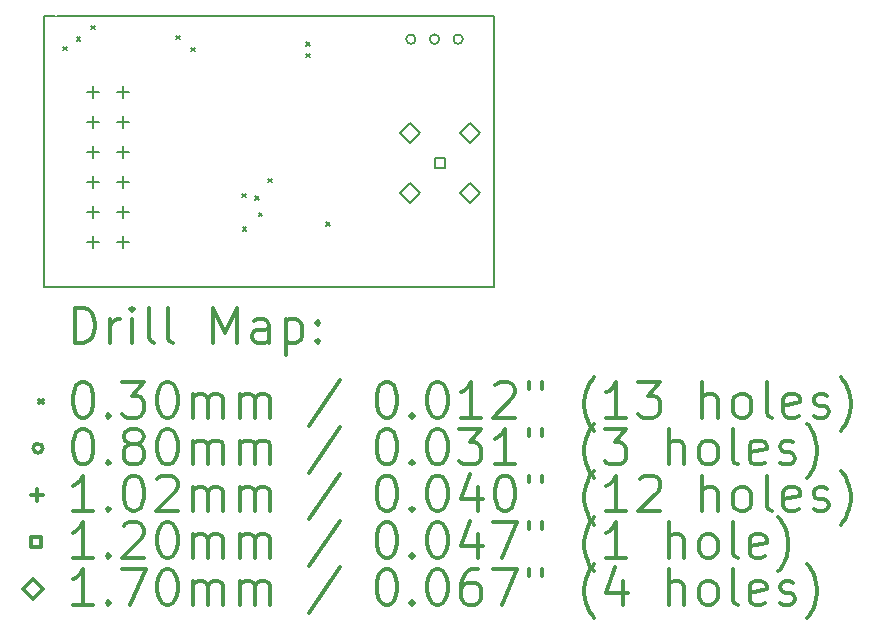
<source format=gbr>
%FSLAX45Y45*%
G04 Gerber Fmt 4.5, Leading zero omitted, Abs format (unit mm)*
G04 Created by KiCad (PCBNEW 4.0.5+dfsg1-4) date Sun Nov 25 22:30:54 2018*
%MOMM*%
%LPD*%
G01*
G04 APERTURE LIST*
%ADD10C,0.127000*%
%ADD11C,0.150000*%
%ADD12C,0.200000*%
%ADD13C,0.300000*%
G04 APERTURE END LIST*
D10*
D11*
X13200000Y-12100000D02*
X12690000Y-12100000D01*
X13200000Y-9800000D02*
X13200000Y-12100000D01*
X13100000Y-9800000D02*
X13200000Y-9800000D01*
X12700000Y-9800000D02*
X13100000Y-9800000D01*
X9390000Y-12100000D02*
X9530000Y-12100000D01*
X9390000Y-9800000D02*
X9390000Y-12100000D01*
X9490000Y-9800000D02*
X9390000Y-9800000D01*
X12700000Y-12100000D02*
X9500000Y-12100000D01*
X9500000Y-9800000D02*
X12700000Y-9800000D01*
D12*
X9557500Y-10065000D02*
X9587500Y-10095000D01*
X9587500Y-10065000D02*
X9557500Y-10095000D01*
X9670000Y-9985000D02*
X9700000Y-10015000D01*
X9700000Y-9985000D02*
X9670000Y-10015000D01*
X9795000Y-9885000D02*
X9825000Y-9915000D01*
X9825000Y-9885000D02*
X9795000Y-9915000D01*
X10515000Y-9972500D02*
X10545000Y-10002500D01*
X10545000Y-9972500D02*
X10515000Y-10002500D01*
X10640000Y-10072500D02*
X10670000Y-10102500D01*
X10670000Y-10072500D02*
X10640000Y-10102500D01*
X11072500Y-11307500D02*
X11102500Y-11337500D01*
X11102500Y-11307500D02*
X11072500Y-11337500D01*
X11075000Y-11592500D02*
X11105000Y-11622500D01*
X11105000Y-11592500D02*
X11075000Y-11622500D01*
X11182500Y-11330000D02*
X11212500Y-11360000D01*
X11212500Y-11330000D02*
X11182500Y-11360000D01*
X11210000Y-11467500D02*
X11240000Y-11497500D01*
X11240000Y-11467500D02*
X11210000Y-11497500D01*
X11292500Y-11180000D02*
X11322500Y-11210000D01*
X11322500Y-11180000D02*
X11292500Y-11210000D01*
X11615000Y-10025000D02*
X11645000Y-10055000D01*
X11645000Y-10025000D02*
X11615000Y-10055000D01*
X11615000Y-10125000D02*
X11645000Y-10155000D01*
X11645000Y-10125000D02*
X11615000Y-10155000D01*
X11782500Y-11550000D02*
X11812500Y-11580000D01*
X11812500Y-11550000D02*
X11782500Y-11580000D01*
X12540000Y-10000000D02*
G75*
G03X12540000Y-10000000I-40000J0D01*
G01*
X12740000Y-10000000D02*
G75*
G03X12740000Y-10000000I-40000J0D01*
G01*
X12940000Y-10000000D02*
G75*
G03X12940000Y-10000000I-40000J0D01*
G01*
X9812500Y-10393700D02*
X9812500Y-10495300D01*
X9761700Y-10444500D02*
X9863300Y-10444500D01*
X9812500Y-10647700D02*
X9812500Y-10749300D01*
X9761700Y-10698500D02*
X9863300Y-10698500D01*
X9812500Y-10901700D02*
X9812500Y-11003300D01*
X9761700Y-10952500D02*
X9863300Y-10952500D01*
X9812500Y-11155700D02*
X9812500Y-11257300D01*
X9761700Y-11206500D02*
X9863300Y-11206500D01*
X9812500Y-11409700D02*
X9812500Y-11511300D01*
X9761700Y-11460500D02*
X9863300Y-11460500D01*
X9812500Y-11663700D02*
X9812500Y-11765300D01*
X9761700Y-11714500D02*
X9863300Y-11714500D01*
X10066500Y-10393700D02*
X10066500Y-10495300D01*
X10015700Y-10444500D02*
X10117300Y-10444500D01*
X10066500Y-10647700D02*
X10066500Y-10749300D01*
X10015700Y-10698500D02*
X10117300Y-10698500D01*
X10066500Y-10901700D02*
X10066500Y-11003300D01*
X10015700Y-10952500D02*
X10117300Y-10952500D01*
X10066500Y-11155700D02*
X10066500Y-11257300D01*
X10015700Y-11206500D02*
X10117300Y-11206500D01*
X10066500Y-11409700D02*
X10066500Y-11511300D01*
X10015700Y-11460500D02*
X10117300Y-11460500D01*
X10066500Y-11663700D02*
X10066500Y-11765300D01*
X10015700Y-11714500D02*
X10117300Y-11714500D01*
X12792427Y-11092427D02*
X12792427Y-11007573D01*
X12707573Y-11007573D01*
X12707573Y-11092427D01*
X12792427Y-11092427D01*
X12496000Y-10881000D02*
X12581000Y-10796000D01*
X12496000Y-10711000D01*
X12411000Y-10796000D01*
X12496000Y-10881000D01*
X12496000Y-11389000D02*
X12581000Y-11304000D01*
X12496000Y-11219000D01*
X12411000Y-11304000D01*
X12496000Y-11389000D01*
X13004000Y-10881000D02*
X13089000Y-10796000D01*
X13004000Y-10711000D01*
X12919000Y-10796000D01*
X13004000Y-10881000D01*
X13004000Y-11389000D02*
X13089000Y-11304000D01*
X13004000Y-11219000D01*
X12919000Y-11304000D01*
X13004000Y-11389000D01*
D13*
X9653929Y-12573214D02*
X9653929Y-12273214D01*
X9725357Y-12273214D01*
X9768214Y-12287500D01*
X9796786Y-12316071D01*
X9811071Y-12344643D01*
X9825357Y-12401786D01*
X9825357Y-12444643D01*
X9811071Y-12501786D01*
X9796786Y-12530357D01*
X9768214Y-12558929D01*
X9725357Y-12573214D01*
X9653929Y-12573214D01*
X9953929Y-12573214D02*
X9953929Y-12373214D01*
X9953929Y-12430357D02*
X9968214Y-12401786D01*
X9982500Y-12387500D01*
X10011071Y-12373214D01*
X10039643Y-12373214D01*
X10139643Y-12573214D02*
X10139643Y-12373214D01*
X10139643Y-12273214D02*
X10125357Y-12287500D01*
X10139643Y-12301786D01*
X10153929Y-12287500D01*
X10139643Y-12273214D01*
X10139643Y-12301786D01*
X10325357Y-12573214D02*
X10296786Y-12558929D01*
X10282500Y-12530357D01*
X10282500Y-12273214D01*
X10482500Y-12573214D02*
X10453929Y-12558929D01*
X10439643Y-12530357D01*
X10439643Y-12273214D01*
X10825357Y-12573214D02*
X10825357Y-12273214D01*
X10925357Y-12487500D01*
X11025357Y-12273214D01*
X11025357Y-12573214D01*
X11296786Y-12573214D02*
X11296786Y-12416071D01*
X11282500Y-12387500D01*
X11253928Y-12373214D01*
X11196786Y-12373214D01*
X11168214Y-12387500D01*
X11296786Y-12558929D02*
X11268214Y-12573214D01*
X11196786Y-12573214D01*
X11168214Y-12558929D01*
X11153929Y-12530357D01*
X11153929Y-12501786D01*
X11168214Y-12473214D01*
X11196786Y-12458929D01*
X11268214Y-12458929D01*
X11296786Y-12444643D01*
X11439643Y-12373214D02*
X11439643Y-12673214D01*
X11439643Y-12387500D02*
X11468214Y-12373214D01*
X11525357Y-12373214D01*
X11553928Y-12387500D01*
X11568214Y-12401786D01*
X11582500Y-12430357D01*
X11582500Y-12516071D01*
X11568214Y-12544643D01*
X11553928Y-12558929D01*
X11525357Y-12573214D01*
X11468214Y-12573214D01*
X11439643Y-12558929D01*
X11711071Y-12544643D02*
X11725357Y-12558929D01*
X11711071Y-12573214D01*
X11696786Y-12558929D01*
X11711071Y-12544643D01*
X11711071Y-12573214D01*
X11711071Y-12387500D02*
X11725357Y-12401786D01*
X11711071Y-12416071D01*
X11696786Y-12401786D01*
X11711071Y-12387500D01*
X11711071Y-12416071D01*
X9352500Y-13052500D02*
X9382500Y-13082500D01*
X9382500Y-13052500D02*
X9352500Y-13082500D01*
X9711071Y-12903214D02*
X9739643Y-12903214D01*
X9768214Y-12917500D01*
X9782500Y-12931786D01*
X9796786Y-12960357D01*
X9811071Y-13017500D01*
X9811071Y-13088929D01*
X9796786Y-13146071D01*
X9782500Y-13174643D01*
X9768214Y-13188929D01*
X9739643Y-13203214D01*
X9711071Y-13203214D01*
X9682500Y-13188929D01*
X9668214Y-13174643D01*
X9653929Y-13146071D01*
X9639643Y-13088929D01*
X9639643Y-13017500D01*
X9653929Y-12960357D01*
X9668214Y-12931786D01*
X9682500Y-12917500D01*
X9711071Y-12903214D01*
X9939643Y-13174643D02*
X9953929Y-13188929D01*
X9939643Y-13203214D01*
X9925357Y-13188929D01*
X9939643Y-13174643D01*
X9939643Y-13203214D01*
X10053928Y-12903214D02*
X10239643Y-12903214D01*
X10139643Y-13017500D01*
X10182500Y-13017500D01*
X10211071Y-13031786D01*
X10225357Y-13046071D01*
X10239643Y-13074643D01*
X10239643Y-13146071D01*
X10225357Y-13174643D01*
X10211071Y-13188929D01*
X10182500Y-13203214D01*
X10096786Y-13203214D01*
X10068214Y-13188929D01*
X10053928Y-13174643D01*
X10425357Y-12903214D02*
X10453929Y-12903214D01*
X10482500Y-12917500D01*
X10496786Y-12931786D01*
X10511071Y-12960357D01*
X10525357Y-13017500D01*
X10525357Y-13088929D01*
X10511071Y-13146071D01*
X10496786Y-13174643D01*
X10482500Y-13188929D01*
X10453929Y-13203214D01*
X10425357Y-13203214D01*
X10396786Y-13188929D01*
X10382500Y-13174643D01*
X10368214Y-13146071D01*
X10353929Y-13088929D01*
X10353929Y-13017500D01*
X10368214Y-12960357D01*
X10382500Y-12931786D01*
X10396786Y-12917500D01*
X10425357Y-12903214D01*
X10653929Y-13203214D02*
X10653929Y-13003214D01*
X10653929Y-13031786D02*
X10668214Y-13017500D01*
X10696786Y-13003214D01*
X10739643Y-13003214D01*
X10768214Y-13017500D01*
X10782500Y-13046071D01*
X10782500Y-13203214D01*
X10782500Y-13046071D02*
X10796786Y-13017500D01*
X10825357Y-13003214D01*
X10868214Y-13003214D01*
X10896786Y-13017500D01*
X10911071Y-13046071D01*
X10911071Y-13203214D01*
X11053929Y-13203214D02*
X11053929Y-13003214D01*
X11053929Y-13031786D02*
X11068214Y-13017500D01*
X11096786Y-13003214D01*
X11139643Y-13003214D01*
X11168214Y-13017500D01*
X11182500Y-13046071D01*
X11182500Y-13203214D01*
X11182500Y-13046071D02*
X11196786Y-13017500D01*
X11225357Y-13003214D01*
X11268214Y-13003214D01*
X11296786Y-13017500D01*
X11311071Y-13046071D01*
X11311071Y-13203214D01*
X11896786Y-12888929D02*
X11639643Y-13274643D01*
X12282500Y-12903214D02*
X12311071Y-12903214D01*
X12339643Y-12917500D01*
X12353928Y-12931786D01*
X12368214Y-12960357D01*
X12382500Y-13017500D01*
X12382500Y-13088929D01*
X12368214Y-13146071D01*
X12353928Y-13174643D01*
X12339643Y-13188929D01*
X12311071Y-13203214D01*
X12282500Y-13203214D01*
X12253928Y-13188929D01*
X12239643Y-13174643D01*
X12225357Y-13146071D01*
X12211071Y-13088929D01*
X12211071Y-13017500D01*
X12225357Y-12960357D01*
X12239643Y-12931786D01*
X12253928Y-12917500D01*
X12282500Y-12903214D01*
X12511071Y-13174643D02*
X12525357Y-13188929D01*
X12511071Y-13203214D01*
X12496786Y-13188929D01*
X12511071Y-13174643D01*
X12511071Y-13203214D01*
X12711071Y-12903214D02*
X12739643Y-12903214D01*
X12768214Y-12917500D01*
X12782500Y-12931786D01*
X12796785Y-12960357D01*
X12811071Y-13017500D01*
X12811071Y-13088929D01*
X12796785Y-13146071D01*
X12782500Y-13174643D01*
X12768214Y-13188929D01*
X12739643Y-13203214D01*
X12711071Y-13203214D01*
X12682500Y-13188929D01*
X12668214Y-13174643D01*
X12653928Y-13146071D01*
X12639643Y-13088929D01*
X12639643Y-13017500D01*
X12653928Y-12960357D01*
X12668214Y-12931786D01*
X12682500Y-12917500D01*
X12711071Y-12903214D01*
X13096785Y-13203214D02*
X12925357Y-13203214D01*
X13011071Y-13203214D02*
X13011071Y-12903214D01*
X12982500Y-12946071D01*
X12953928Y-12974643D01*
X12925357Y-12988929D01*
X13211071Y-12931786D02*
X13225357Y-12917500D01*
X13253928Y-12903214D01*
X13325357Y-12903214D01*
X13353928Y-12917500D01*
X13368214Y-12931786D01*
X13382500Y-12960357D01*
X13382500Y-12988929D01*
X13368214Y-13031786D01*
X13196785Y-13203214D01*
X13382500Y-13203214D01*
X13496786Y-12903214D02*
X13496786Y-12960357D01*
X13611071Y-12903214D02*
X13611071Y-12960357D01*
X14053928Y-13317500D02*
X14039643Y-13303214D01*
X14011071Y-13260357D01*
X13996785Y-13231786D01*
X13982500Y-13188929D01*
X13968214Y-13117500D01*
X13968214Y-13060357D01*
X13982500Y-12988929D01*
X13996785Y-12946071D01*
X14011071Y-12917500D01*
X14039643Y-12874643D01*
X14053928Y-12860357D01*
X14325357Y-13203214D02*
X14153928Y-13203214D01*
X14239643Y-13203214D02*
X14239643Y-12903214D01*
X14211071Y-12946071D01*
X14182500Y-12974643D01*
X14153928Y-12988929D01*
X14425357Y-12903214D02*
X14611071Y-12903214D01*
X14511071Y-13017500D01*
X14553928Y-13017500D01*
X14582500Y-13031786D01*
X14596785Y-13046071D01*
X14611071Y-13074643D01*
X14611071Y-13146071D01*
X14596785Y-13174643D01*
X14582500Y-13188929D01*
X14553928Y-13203214D01*
X14468214Y-13203214D01*
X14439643Y-13188929D01*
X14425357Y-13174643D01*
X14968214Y-13203214D02*
X14968214Y-12903214D01*
X15096785Y-13203214D02*
X15096785Y-13046071D01*
X15082500Y-13017500D01*
X15053928Y-13003214D01*
X15011071Y-13003214D01*
X14982500Y-13017500D01*
X14968214Y-13031786D01*
X15282500Y-13203214D02*
X15253928Y-13188929D01*
X15239643Y-13174643D01*
X15225357Y-13146071D01*
X15225357Y-13060357D01*
X15239643Y-13031786D01*
X15253928Y-13017500D01*
X15282500Y-13003214D01*
X15325357Y-13003214D01*
X15353928Y-13017500D01*
X15368214Y-13031786D01*
X15382500Y-13060357D01*
X15382500Y-13146071D01*
X15368214Y-13174643D01*
X15353928Y-13188929D01*
X15325357Y-13203214D01*
X15282500Y-13203214D01*
X15553928Y-13203214D02*
X15525357Y-13188929D01*
X15511071Y-13160357D01*
X15511071Y-12903214D01*
X15782500Y-13188929D02*
X15753928Y-13203214D01*
X15696786Y-13203214D01*
X15668214Y-13188929D01*
X15653928Y-13160357D01*
X15653928Y-13046071D01*
X15668214Y-13017500D01*
X15696786Y-13003214D01*
X15753928Y-13003214D01*
X15782500Y-13017500D01*
X15796786Y-13046071D01*
X15796786Y-13074643D01*
X15653928Y-13103214D01*
X15911071Y-13188929D02*
X15939643Y-13203214D01*
X15996786Y-13203214D01*
X16025357Y-13188929D01*
X16039643Y-13160357D01*
X16039643Y-13146071D01*
X16025357Y-13117500D01*
X15996786Y-13103214D01*
X15953928Y-13103214D01*
X15925357Y-13088929D01*
X15911071Y-13060357D01*
X15911071Y-13046071D01*
X15925357Y-13017500D01*
X15953928Y-13003214D01*
X15996786Y-13003214D01*
X16025357Y-13017500D01*
X16139643Y-13317500D02*
X16153928Y-13303214D01*
X16182500Y-13260357D01*
X16196786Y-13231786D01*
X16211071Y-13188929D01*
X16225357Y-13117500D01*
X16225357Y-13060357D01*
X16211071Y-12988929D01*
X16196786Y-12946071D01*
X16182500Y-12917500D01*
X16153928Y-12874643D01*
X16139643Y-12860357D01*
X9382500Y-13463500D02*
G75*
G03X9382500Y-13463500I-40000J0D01*
G01*
X9711071Y-13299214D02*
X9739643Y-13299214D01*
X9768214Y-13313500D01*
X9782500Y-13327786D01*
X9796786Y-13356357D01*
X9811071Y-13413500D01*
X9811071Y-13484929D01*
X9796786Y-13542071D01*
X9782500Y-13570643D01*
X9768214Y-13584929D01*
X9739643Y-13599214D01*
X9711071Y-13599214D01*
X9682500Y-13584929D01*
X9668214Y-13570643D01*
X9653929Y-13542071D01*
X9639643Y-13484929D01*
X9639643Y-13413500D01*
X9653929Y-13356357D01*
X9668214Y-13327786D01*
X9682500Y-13313500D01*
X9711071Y-13299214D01*
X9939643Y-13570643D02*
X9953929Y-13584929D01*
X9939643Y-13599214D01*
X9925357Y-13584929D01*
X9939643Y-13570643D01*
X9939643Y-13599214D01*
X10125357Y-13427786D02*
X10096786Y-13413500D01*
X10082500Y-13399214D01*
X10068214Y-13370643D01*
X10068214Y-13356357D01*
X10082500Y-13327786D01*
X10096786Y-13313500D01*
X10125357Y-13299214D01*
X10182500Y-13299214D01*
X10211071Y-13313500D01*
X10225357Y-13327786D01*
X10239643Y-13356357D01*
X10239643Y-13370643D01*
X10225357Y-13399214D01*
X10211071Y-13413500D01*
X10182500Y-13427786D01*
X10125357Y-13427786D01*
X10096786Y-13442071D01*
X10082500Y-13456357D01*
X10068214Y-13484929D01*
X10068214Y-13542071D01*
X10082500Y-13570643D01*
X10096786Y-13584929D01*
X10125357Y-13599214D01*
X10182500Y-13599214D01*
X10211071Y-13584929D01*
X10225357Y-13570643D01*
X10239643Y-13542071D01*
X10239643Y-13484929D01*
X10225357Y-13456357D01*
X10211071Y-13442071D01*
X10182500Y-13427786D01*
X10425357Y-13299214D02*
X10453929Y-13299214D01*
X10482500Y-13313500D01*
X10496786Y-13327786D01*
X10511071Y-13356357D01*
X10525357Y-13413500D01*
X10525357Y-13484929D01*
X10511071Y-13542071D01*
X10496786Y-13570643D01*
X10482500Y-13584929D01*
X10453929Y-13599214D01*
X10425357Y-13599214D01*
X10396786Y-13584929D01*
X10382500Y-13570643D01*
X10368214Y-13542071D01*
X10353929Y-13484929D01*
X10353929Y-13413500D01*
X10368214Y-13356357D01*
X10382500Y-13327786D01*
X10396786Y-13313500D01*
X10425357Y-13299214D01*
X10653929Y-13599214D02*
X10653929Y-13399214D01*
X10653929Y-13427786D02*
X10668214Y-13413500D01*
X10696786Y-13399214D01*
X10739643Y-13399214D01*
X10768214Y-13413500D01*
X10782500Y-13442071D01*
X10782500Y-13599214D01*
X10782500Y-13442071D02*
X10796786Y-13413500D01*
X10825357Y-13399214D01*
X10868214Y-13399214D01*
X10896786Y-13413500D01*
X10911071Y-13442071D01*
X10911071Y-13599214D01*
X11053929Y-13599214D02*
X11053929Y-13399214D01*
X11053929Y-13427786D02*
X11068214Y-13413500D01*
X11096786Y-13399214D01*
X11139643Y-13399214D01*
X11168214Y-13413500D01*
X11182500Y-13442071D01*
X11182500Y-13599214D01*
X11182500Y-13442071D02*
X11196786Y-13413500D01*
X11225357Y-13399214D01*
X11268214Y-13399214D01*
X11296786Y-13413500D01*
X11311071Y-13442071D01*
X11311071Y-13599214D01*
X11896786Y-13284929D02*
X11639643Y-13670643D01*
X12282500Y-13299214D02*
X12311071Y-13299214D01*
X12339643Y-13313500D01*
X12353928Y-13327786D01*
X12368214Y-13356357D01*
X12382500Y-13413500D01*
X12382500Y-13484929D01*
X12368214Y-13542071D01*
X12353928Y-13570643D01*
X12339643Y-13584929D01*
X12311071Y-13599214D01*
X12282500Y-13599214D01*
X12253928Y-13584929D01*
X12239643Y-13570643D01*
X12225357Y-13542071D01*
X12211071Y-13484929D01*
X12211071Y-13413500D01*
X12225357Y-13356357D01*
X12239643Y-13327786D01*
X12253928Y-13313500D01*
X12282500Y-13299214D01*
X12511071Y-13570643D02*
X12525357Y-13584929D01*
X12511071Y-13599214D01*
X12496786Y-13584929D01*
X12511071Y-13570643D01*
X12511071Y-13599214D01*
X12711071Y-13299214D02*
X12739643Y-13299214D01*
X12768214Y-13313500D01*
X12782500Y-13327786D01*
X12796785Y-13356357D01*
X12811071Y-13413500D01*
X12811071Y-13484929D01*
X12796785Y-13542071D01*
X12782500Y-13570643D01*
X12768214Y-13584929D01*
X12739643Y-13599214D01*
X12711071Y-13599214D01*
X12682500Y-13584929D01*
X12668214Y-13570643D01*
X12653928Y-13542071D01*
X12639643Y-13484929D01*
X12639643Y-13413500D01*
X12653928Y-13356357D01*
X12668214Y-13327786D01*
X12682500Y-13313500D01*
X12711071Y-13299214D01*
X12911071Y-13299214D02*
X13096785Y-13299214D01*
X12996785Y-13413500D01*
X13039643Y-13413500D01*
X13068214Y-13427786D01*
X13082500Y-13442071D01*
X13096785Y-13470643D01*
X13096785Y-13542071D01*
X13082500Y-13570643D01*
X13068214Y-13584929D01*
X13039643Y-13599214D01*
X12953928Y-13599214D01*
X12925357Y-13584929D01*
X12911071Y-13570643D01*
X13382500Y-13599214D02*
X13211071Y-13599214D01*
X13296785Y-13599214D02*
X13296785Y-13299214D01*
X13268214Y-13342071D01*
X13239643Y-13370643D01*
X13211071Y-13384929D01*
X13496786Y-13299214D02*
X13496786Y-13356357D01*
X13611071Y-13299214D02*
X13611071Y-13356357D01*
X14053928Y-13713500D02*
X14039643Y-13699214D01*
X14011071Y-13656357D01*
X13996785Y-13627786D01*
X13982500Y-13584929D01*
X13968214Y-13513500D01*
X13968214Y-13456357D01*
X13982500Y-13384929D01*
X13996785Y-13342071D01*
X14011071Y-13313500D01*
X14039643Y-13270643D01*
X14053928Y-13256357D01*
X14139643Y-13299214D02*
X14325357Y-13299214D01*
X14225357Y-13413500D01*
X14268214Y-13413500D01*
X14296785Y-13427786D01*
X14311071Y-13442071D01*
X14325357Y-13470643D01*
X14325357Y-13542071D01*
X14311071Y-13570643D01*
X14296785Y-13584929D01*
X14268214Y-13599214D01*
X14182500Y-13599214D01*
X14153928Y-13584929D01*
X14139643Y-13570643D01*
X14682500Y-13599214D02*
X14682500Y-13299214D01*
X14811071Y-13599214D02*
X14811071Y-13442071D01*
X14796785Y-13413500D01*
X14768214Y-13399214D01*
X14725357Y-13399214D01*
X14696785Y-13413500D01*
X14682500Y-13427786D01*
X14996785Y-13599214D02*
X14968214Y-13584929D01*
X14953928Y-13570643D01*
X14939643Y-13542071D01*
X14939643Y-13456357D01*
X14953928Y-13427786D01*
X14968214Y-13413500D01*
X14996785Y-13399214D01*
X15039643Y-13399214D01*
X15068214Y-13413500D01*
X15082500Y-13427786D01*
X15096785Y-13456357D01*
X15096785Y-13542071D01*
X15082500Y-13570643D01*
X15068214Y-13584929D01*
X15039643Y-13599214D01*
X14996785Y-13599214D01*
X15268214Y-13599214D02*
X15239643Y-13584929D01*
X15225357Y-13556357D01*
X15225357Y-13299214D01*
X15496786Y-13584929D02*
X15468214Y-13599214D01*
X15411071Y-13599214D01*
X15382500Y-13584929D01*
X15368214Y-13556357D01*
X15368214Y-13442071D01*
X15382500Y-13413500D01*
X15411071Y-13399214D01*
X15468214Y-13399214D01*
X15496786Y-13413500D01*
X15511071Y-13442071D01*
X15511071Y-13470643D01*
X15368214Y-13499214D01*
X15625357Y-13584929D02*
X15653928Y-13599214D01*
X15711071Y-13599214D01*
X15739643Y-13584929D01*
X15753928Y-13556357D01*
X15753928Y-13542071D01*
X15739643Y-13513500D01*
X15711071Y-13499214D01*
X15668214Y-13499214D01*
X15639643Y-13484929D01*
X15625357Y-13456357D01*
X15625357Y-13442071D01*
X15639643Y-13413500D01*
X15668214Y-13399214D01*
X15711071Y-13399214D01*
X15739643Y-13413500D01*
X15853928Y-13713500D02*
X15868214Y-13699214D01*
X15896786Y-13656357D01*
X15911071Y-13627786D01*
X15925357Y-13584929D01*
X15939643Y-13513500D01*
X15939643Y-13456357D01*
X15925357Y-13384929D01*
X15911071Y-13342071D01*
X15896786Y-13313500D01*
X15868214Y-13270643D01*
X15853928Y-13256357D01*
X9331700Y-13808700D02*
X9331700Y-13910300D01*
X9280900Y-13859500D02*
X9382500Y-13859500D01*
X9811071Y-13995214D02*
X9639643Y-13995214D01*
X9725357Y-13995214D02*
X9725357Y-13695214D01*
X9696786Y-13738071D01*
X9668214Y-13766643D01*
X9639643Y-13780929D01*
X9939643Y-13966643D02*
X9953929Y-13980929D01*
X9939643Y-13995214D01*
X9925357Y-13980929D01*
X9939643Y-13966643D01*
X9939643Y-13995214D01*
X10139643Y-13695214D02*
X10168214Y-13695214D01*
X10196786Y-13709500D01*
X10211071Y-13723786D01*
X10225357Y-13752357D01*
X10239643Y-13809500D01*
X10239643Y-13880929D01*
X10225357Y-13938071D01*
X10211071Y-13966643D01*
X10196786Y-13980929D01*
X10168214Y-13995214D01*
X10139643Y-13995214D01*
X10111071Y-13980929D01*
X10096786Y-13966643D01*
X10082500Y-13938071D01*
X10068214Y-13880929D01*
X10068214Y-13809500D01*
X10082500Y-13752357D01*
X10096786Y-13723786D01*
X10111071Y-13709500D01*
X10139643Y-13695214D01*
X10353929Y-13723786D02*
X10368214Y-13709500D01*
X10396786Y-13695214D01*
X10468214Y-13695214D01*
X10496786Y-13709500D01*
X10511071Y-13723786D01*
X10525357Y-13752357D01*
X10525357Y-13780929D01*
X10511071Y-13823786D01*
X10339643Y-13995214D01*
X10525357Y-13995214D01*
X10653929Y-13995214D02*
X10653929Y-13795214D01*
X10653929Y-13823786D02*
X10668214Y-13809500D01*
X10696786Y-13795214D01*
X10739643Y-13795214D01*
X10768214Y-13809500D01*
X10782500Y-13838071D01*
X10782500Y-13995214D01*
X10782500Y-13838071D02*
X10796786Y-13809500D01*
X10825357Y-13795214D01*
X10868214Y-13795214D01*
X10896786Y-13809500D01*
X10911071Y-13838071D01*
X10911071Y-13995214D01*
X11053929Y-13995214D02*
X11053929Y-13795214D01*
X11053929Y-13823786D02*
X11068214Y-13809500D01*
X11096786Y-13795214D01*
X11139643Y-13795214D01*
X11168214Y-13809500D01*
X11182500Y-13838071D01*
X11182500Y-13995214D01*
X11182500Y-13838071D02*
X11196786Y-13809500D01*
X11225357Y-13795214D01*
X11268214Y-13795214D01*
X11296786Y-13809500D01*
X11311071Y-13838071D01*
X11311071Y-13995214D01*
X11896786Y-13680929D02*
X11639643Y-14066643D01*
X12282500Y-13695214D02*
X12311071Y-13695214D01*
X12339643Y-13709500D01*
X12353928Y-13723786D01*
X12368214Y-13752357D01*
X12382500Y-13809500D01*
X12382500Y-13880929D01*
X12368214Y-13938071D01*
X12353928Y-13966643D01*
X12339643Y-13980929D01*
X12311071Y-13995214D01*
X12282500Y-13995214D01*
X12253928Y-13980929D01*
X12239643Y-13966643D01*
X12225357Y-13938071D01*
X12211071Y-13880929D01*
X12211071Y-13809500D01*
X12225357Y-13752357D01*
X12239643Y-13723786D01*
X12253928Y-13709500D01*
X12282500Y-13695214D01*
X12511071Y-13966643D02*
X12525357Y-13980929D01*
X12511071Y-13995214D01*
X12496786Y-13980929D01*
X12511071Y-13966643D01*
X12511071Y-13995214D01*
X12711071Y-13695214D02*
X12739643Y-13695214D01*
X12768214Y-13709500D01*
X12782500Y-13723786D01*
X12796785Y-13752357D01*
X12811071Y-13809500D01*
X12811071Y-13880929D01*
X12796785Y-13938071D01*
X12782500Y-13966643D01*
X12768214Y-13980929D01*
X12739643Y-13995214D01*
X12711071Y-13995214D01*
X12682500Y-13980929D01*
X12668214Y-13966643D01*
X12653928Y-13938071D01*
X12639643Y-13880929D01*
X12639643Y-13809500D01*
X12653928Y-13752357D01*
X12668214Y-13723786D01*
X12682500Y-13709500D01*
X12711071Y-13695214D01*
X13068214Y-13795214D02*
X13068214Y-13995214D01*
X12996785Y-13680929D02*
X12925357Y-13895214D01*
X13111071Y-13895214D01*
X13282500Y-13695214D02*
X13311071Y-13695214D01*
X13339643Y-13709500D01*
X13353928Y-13723786D01*
X13368214Y-13752357D01*
X13382500Y-13809500D01*
X13382500Y-13880929D01*
X13368214Y-13938071D01*
X13353928Y-13966643D01*
X13339643Y-13980929D01*
X13311071Y-13995214D01*
X13282500Y-13995214D01*
X13253928Y-13980929D01*
X13239643Y-13966643D01*
X13225357Y-13938071D01*
X13211071Y-13880929D01*
X13211071Y-13809500D01*
X13225357Y-13752357D01*
X13239643Y-13723786D01*
X13253928Y-13709500D01*
X13282500Y-13695214D01*
X13496786Y-13695214D02*
X13496786Y-13752357D01*
X13611071Y-13695214D02*
X13611071Y-13752357D01*
X14053928Y-14109500D02*
X14039643Y-14095214D01*
X14011071Y-14052357D01*
X13996785Y-14023786D01*
X13982500Y-13980929D01*
X13968214Y-13909500D01*
X13968214Y-13852357D01*
X13982500Y-13780929D01*
X13996785Y-13738071D01*
X14011071Y-13709500D01*
X14039643Y-13666643D01*
X14053928Y-13652357D01*
X14325357Y-13995214D02*
X14153928Y-13995214D01*
X14239643Y-13995214D02*
X14239643Y-13695214D01*
X14211071Y-13738071D01*
X14182500Y-13766643D01*
X14153928Y-13780929D01*
X14439643Y-13723786D02*
X14453928Y-13709500D01*
X14482500Y-13695214D01*
X14553928Y-13695214D01*
X14582500Y-13709500D01*
X14596785Y-13723786D01*
X14611071Y-13752357D01*
X14611071Y-13780929D01*
X14596785Y-13823786D01*
X14425357Y-13995214D01*
X14611071Y-13995214D01*
X14968214Y-13995214D02*
X14968214Y-13695214D01*
X15096785Y-13995214D02*
X15096785Y-13838071D01*
X15082500Y-13809500D01*
X15053928Y-13795214D01*
X15011071Y-13795214D01*
X14982500Y-13809500D01*
X14968214Y-13823786D01*
X15282500Y-13995214D02*
X15253928Y-13980929D01*
X15239643Y-13966643D01*
X15225357Y-13938071D01*
X15225357Y-13852357D01*
X15239643Y-13823786D01*
X15253928Y-13809500D01*
X15282500Y-13795214D01*
X15325357Y-13795214D01*
X15353928Y-13809500D01*
X15368214Y-13823786D01*
X15382500Y-13852357D01*
X15382500Y-13938071D01*
X15368214Y-13966643D01*
X15353928Y-13980929D01*
X15325357Y-13995214D01*
X15282500Y-13995214D01*
X15553928Y-13995214D02*
X15525357Y-13980929D01*
X15511071Y-13952357D01*
X15511071Y-13695214D01*
X15782500Y-13980929D02*
X15753928Y-13995214D01*
X15696786Y-13995214D01*
X15668214Y-13980929D01*
X15653928Y-13952357D01*
X15653928Y-13838071D01*
X15668214Y-13809500D01*
X15696786Y-13795214D01*
X15753928Y-13795214D01*
X15782500Y-13809500D01*
X15796786Y-13838071D01*
X15796786Y-13866643D01*
X15653928Y-13895214D01*
X15911071Y-13980929D02*
X15939643Y-13995214D01*
X15996786Y-13995214D01*
X16025357Y-13980929D01*
X16039643Y-13952357D01*
X16039643Y-13938071D01*
X16025357Y-13909500D01*
X15996786Y-13895214D01*
X15953928Y-13895214D01*
X15925357Y-13880929D01*
X15911071Y-13852357D01*
X15911071Y-13838071D01*
X15925357Y-13809500D01*
X15953928Y-13795214D01*
X15996786Y-13795214D01*
X16025357Y-13809500D01*
X16139643Y-14109500D02*
X16153928Y-14095214D01*
X16182500Y-14052357D01*
X16196786Y-14023786D01*
X16211071Y-13980929D01*
X16225357Y-13909500D01*
X16225357Y-13852357D01*
X16211071Y-13780929D01*
X16196786Y-13738071D01*
X16182500Y-13709500D01*
X16153928Y-13666643D01*
X16139643Y-13652357D01*
X9364927Y-14297927D02*
X9364927Y-14213073D01*
X9280073Y-14213073D01*
X9280073Y-14297927D01*
X9364927Y-14297927D01*
X9811071Y-14391214D02*
X9639643Y-14391214D01*
X9725357Y-14391214D02*
X9725357Y-14091214D01*
X9696786Y-14134071D01*
X9668214Y-14162643D01*
X9639643Y-14176929D01*
X9939643Y-14362643D02*
X9953929Y-14376929D01*
X9939643Y-14391214D01*
X9925357Y-14376929D01*
X9939643Y-14362643D01*
X9939643Y-14391214D01*
X10068214Y-14119786D02*
X10082500Y-14105500D01*
X10111071Y-14091214D01*
X10182500Y-14091214D01*
X10211071Y-14105500D01*
X10225357Y-14119786D01*
X10239643Y-14148357D01*
X10239643Y-14176929D01*
X10225357Y-14219786D01*
X10053928Y-14391214D01*
X10239643Y-14391214D01*
X10425357Y-14091214D02*
X10453929Y-14091214D01*
X10482500Y-14105500D01*
X10496786Y-14119786D01*
X10511071Y-14148357D01*
X10525357Y-14205500D01*
X10525357Y-14276929D01*
X10511071Y-14334071D01*
X10496786Y-14362643D01*
X10482500Y-14376929D01*
X10453929Y-14391214D01*
X10425357Y-14391214D01*
X10396786Y-14376929D01*
X10382500Y-14362643D01*
X10368214Y-14334071D01*
X10353929Y-14276929D01*
X10353929Y-14205500D01*
X10368214Y-14148357D01*
X10382500Y-14119786D01*
X10396786Y-14105500D01*
X10425357Y-14091214D01*
X10653929Y-14391214D02*
X10653929Y-14191214D01*
X10653929Y-14219786D02*
X10668214Y-14205500D01*
X10696786Y-14191214D01*
X10739643Y-14191214D01*
X10768214Y-14205500D01*
X10782500Y-14234071D01*
X10782500Y-14391214D01*
X10782500Y-14234071D02*
X10796786Y-14205500D01*
X10825357Y-14191214D01*
X10868214Y-14191214D01*
X10896786Y-14205500D01*
X10911071Y-14234071D01*
X10911071Y-14391214D01*
X11053929Y-14391214D02*
X11053929Y-14191214D01*
X11053929Y-14219786D02*
X11068214Y-14205500D01*
X11096786Y-14191214D01*
X11139643Y-14191214D01*
X11168214Y-14205500D01*
X11182500Y-14234071D01*
X11182500Y-14391214D01*
X11182500Y-14234071D02*
X11196786Y-14205500D01*
X11225357Y-14191214D01*
X11268214Y-14191214D01*
X11296786Y-14205500D01*
X11311071Y-14234071D01*
X11311071Y-14391214D01*
X11896786Y-14076929D02*
X11639643Y-14462643D01*
X12282500Y-14091214D02*
X12311071Y-14091214D01*
X12339643Y-14105500D01*
X12353928Y-14119786D01*
X12368214Y-14148357D01*
X12382500Y-14205500D01*
X12382500Y-14276929D01*
X12368214Y-14334071D01*
X12353928Y-14362643D01*
X12339643Y-14376929D01*
X12311071Y-14391214D01*
X12282500Y-14391214D01*
X12253928Y-14376929D01*
X12239643Y-14362643D01*
X12225357Y-14334071D01*
X12211071Y-14276929D01*
X12211071Y-14205500D01*
X12225357Y-14148357D01*
X12239643Y-14119786D01*
X12253928Y-14105500D01*
X12282500Y-14091214D01*
X12511071Y-14362643D02*
X12525357Y-14376929D01*
X12511071Y-14391214D01*
X12496786Y-14376929D01*
X12511071Y-14362643D01*
X12511071Y-14391214D01*
X12711071Y-14091214D02*
X12739643Y-14091214D01*
X12768214Y-14105500D01*
X12782500Y-14119786D01*
X12796785Y-14148357D01*
X12811071Y-14205500D01*
X12811071Y-14276929D01*
X12796785Y-14334071D01*
X12782500Y-14362643D01*
X12768214Y-14376929D01*
X12739643Y-14391214D01*
X12711071Y-14391214D01*
X12682500Y-14376929D01*
X12668214Y-14362643D01*
X12653928Y-14334071D01*
X12639643Y-14276929D01*
X12639643Y-14205500D01*
X12653928Y-14148357D01*
X12668214Y-14119786D01*
X12682500Y-14105500D01*
X12711071Y-14091214D01*
X13068214Y-14191214D02*
X13068214Y-14391214D01*
X12996785Y-14076929D02*
X12925357Y-14291214D01*
X13111071Y-14291214D01*
X13196785Y-14091214D02*
X13396785Y-14091214D01*
X13268214Y-14391214D01*
X13496786Y-14091214D02*
X13496786Y-14148357D01*
X13611071Y-14091214D02*
X13611071Y-14148357D01*
X14053928Y-14505500D02*
X14039643Y-14491214D01*
X14011071Y-14448357D01*
X13996785Y-14419786D01*
X13982500Y-14376929D01*
X13968214Y-14305500D01*
X13968214Y-14248357D01*
X13982500Y-14176929D01*
X13996785Y-14134071D01*
X14011071Y-14105500D01*
X14039643Y-14062643D01*
X14053928Y-14048357D01*
X14325357Y-14391214D02*
X14153928Y-14391214D01*
X14239643Y-14391214D02*
X14239643Y-14091214D01*
X14211071Y-14134071D01*
X14182500Y-14162643D01*
X14153928Y-14176929D01*
X14682500Y-14391214D02*
X14682500Y-14091214D01*
X14811071Y-14391214D02*
X14811071Y-14234071D01*
X14796785Y-14205500D01*
X14768214Y-14191214D01*
X14725357Y-14191214D01*
X14696785Y-14205500D01*
X14682500Y-14219786D01*
X14996785Y-14391214D02*
X14968214Y-14376929D01*
X14953928Y-14362643D01*
X14939643Y-14334071D01*
X14939643Y-14248357D01*
X14953928Y-14219786D01*
X14968214Y-14205500D01*
X14996785Y-14191214D01*
X15039643Y-14191214D01*
X15068214Y-14205500D01*
X15082500Y-14219786D01*
X15096785Y-14248357D01*
X15096785Y-14334071D01*
X15082500Y-14362643D01*
X15068214Y-14376929D01*
X15039643Y-14391214D01*
X14996785Y-14391214D01*
X15268214Y-14391214D02*
X15239643Y-14376929D01*
X15225357Y-14348357D01*
X15225357Y-14091214D01*
X15496786Y-14376929D02*
X15468214Y-14391214D01*
X15411071Y-14391214D01*
X15382500Y-14376929D01*
X15368214Y-14348357D01*
X15368214Y-14234071D01*
X15382500Y-14205500D01*
X15411071Y-14191214D01*
X15468214Y-14191214D01*
X15496786Y-14205500D01*
X15511071Y-14234071D01*
X15511071Y-14262643D01*
X15368214Y-14291214D01*
X15611071Y-14505500D02*
X15625357Y-14491214D01*
X15653928Y-14448357D01*
X15668214Y-14419786D01*
X15682500Y-14376929D01*
X15696786Y-14305500D01*
X15696786Y-14248357D01*
X15682500Y-14176929D01*
X15668214Y-14134071D01*
X15653928Y-14105500D01*
X15625357Y-14062643D01*
X15611071Y-14048357D01*
X9297500Y-14736500D02*
X9382500Y-14651500D01*
X9297500Y-14566500D01*
X9212500Y-14651500D01*
X9297500Y-14736500D01*
X9811071Y-14787214D02*
X9639643Y-14787214D01*
X9725357Y-14787214D02*
X9725357Y-14487214D01*
X9696786Y-14530071D01*
X9668214Y-14558643D01*
X9639643Y-14572929D01*
X9939643Y-14758643D02*
X9953929Y-14772929D01*
X9939643Y-14787214D01*
X9925357Y-14772929D01*
X9939643Y-14758643D01*
X9939643Y-14787214D01*
X10053928Y-14487214D02*
X10253928Y-14487214D01*
X10125357Y-14787214D01*
X10425357Y-14487214D02*
X10453929Y-14487214D01*
X10482500Y-14501500D01*
X10496786Y-14515786D01*
X10511071Y-14544357D01*
X10525357Y-14601500D01*
X10525357Y-14672929D01*
X10511071Y-14730071D01*
X10496786Y-14758643D01*
X10482500Y-14772929D01*
X10453929Y-14787214D01*
X10425357Y-14787214D01*
X10396786Y-14772929D01*
X10382500Y-14758643D01*
X10368214Y-14730071D01*
X10353929Y-14672929D01*
X10353929Y-14601500D01*
X10368214Y-14544357D01*
X10382500Y-14515786D01*
X10396786Y-14501500D01*
X10425357Y-14487214D01*
X10653929Y-14787214D02*
X10653929Y-14587214D01*
X10653929Y-14615786D02*
X10668214Y-14601500D01*
X10696786Y-14587214D01*
X10739643Y-14587214D01*
X10768214Y-14601500D01*
X10782500Y-14630071D01*
X10782500Y-14787214D01*
X10782500Y-14630071D02*
X10796786Y-14601500D01*
X10825357Y-14587214D01*
X10868214Y-14587214D01*
X10896786Y-14601500D01*
X10911071Y-14630071D01*
X10911071Y-14787214D01*
X11053929Y-14787214D02*
X11053929Y-14587214D01*
X11053929Y-14615786D02*
X11068214Y-14601500D01*
X11096786Y-14587214D01*
X11139643Y-14587214D01*
X11168214Y-14601500D01*
X11182500Y-14630071D01*
X11182500Y-14787214D01*
X11182500Y-14630071D02*
X11196786Y-14601500D01*
X11225357Y-14587214D01*
X11268214Y-14587214D01*
X11296786Y-14601500D01*
X11311071Y-14630071D01*
X11311071Y-14787214D01*
X11896786Y-14472929D02*
X11639643Y-14858643D01*
X12282500Y-14487214D02*
X12311071Y-14487214D01*
X12339643Y-14501500D01*
X12353928Y-14515786D01*
X12368214Y-14544357D01*
X12382500Y-14601500D01*
X12382500Y-14672929D01*
X12368214Y-14730071D01*
X12353928Y-14758643D01*
X12339643Y-14772929D01*
X12311071Y-14787214D01*
X12282500Y-14787214D01*
X12253928Y-14772929D01*
X12239643Y-14758643D01*
X12225357Y-14730071D01*
X12211071Y-14672929D01*
X12211071Y-14601500D01*
X12225357Y-14544357D01*
X12239643Y-14515786D01*
X12253928Y-14501500D01*
X12282500Y-14487214D01*
X12511071Y-14758643D02*
X12525357Y-14772929D01*
X12511071Y-14787214D01*
X12496786Y-14772929D01*
X12511071Y-14758643D01*
X12511071Y-14787214D01*
X12711071Y-14487214D02*
X12739643Y-14487214D01*
X12768214Y-14501500D01*
X12782500Y-14515786D01*
X12796785Y-14544357D01*
X12811071Y-14601500D01*
X12811071Y-14672929D01*
X12796785Y-14730071D01*
X12782500Y-14758643D01*
X12768214Y-14772929D01*
X12739643Y-14787214D01*
X12711071Y-14787214D01*
X12682500Y-14772929D01*
X12668214Y-14758643D01*
X12653928Y-14730071D01*
X12639643Y-14672929D01*
X12639643Y-14601500D01*
X12653928Y-14544357D01*
X12668214Y-14515786D01*
X12682500Y-14501500D01*
X12711071Y-14487214D01*
X13068214Y-14487214D02*
X13011071Y-14487214D01*
X12982500Y-14501500D01*
X12968214Y-14515786D01*
X12939643Y-14558643D01*
X12925357Y-14615786D01*
X12925357Y-14730071D01*
X12939643Y-14758643D01*
X12953928Y-14772929D01*
X12982500Y-14787214D01*
X13039643Y-14787214D01*
X13068214Y-14772929D01*
X13082500Y-14758643D01*
X13096785Y-14730071D01*
X13096785Y-14658643D01*
X13082500Y-14630071D01*
X13068214Y-14615786D01*
X13039643Y-14601500D01*
X12982500Y-14601500D01*
X12953928Y-14615786D01*
X12939643Y-14630071D01*
X12925357Y-14658643D01*
X13196785Y-14487214D02*
X13396785Y-14487214D01*
X13268214Y-14787214D01*
X13496786Y-14487214D02*
X13496786Y-14544357D01*
X13611071Y-14487214D02*
X13611071Y-14544357D01*
X14053928Y-14901500D02*
X14039643Y-14887214D01*
X14011071Y-14844357D01*
X13996785Y-14815786D01*
X13982500Y-14772929D01*
X13968214Y-14701500D01*
X13968214Y-14644357D01*
X13982500Y-14572929D01*
X13996785Y-14530071D01*
X14011071Y-14501500D01*
X14039643Y-14458643D01*
X14053928Y-14444357D01*
X14296785Y-14587214D02*
X14296785Y-14787214D01*
X14225357Y-14472929D02*
X14153928Y-14687214D01*
X14339643Y-14687214D01*
X14682500Y-14787214D02*
X14682500Y-14487214D01*
X14811071Y-14787214D02*
X14811071Y-14630071D01*
X14796785Y-14601500D01*
X14768214Y-14587214D01*
X14725357Y-14587214D01*
X14696785Y-14601500D01*
X14682500Y-14615786D01*
X14996785Y-14787214D02*
X14968214Y-14772929D01*
X14953928Y-14758643D01*
X14939643Y-14730071D01*
X14939643Y-14644357D01*
X14953928Y-14615786D01*
X14968214Y-14601500D01*
X14996785Y-14587214D01*
X15039643Y-14587214D01*
X15068214Y-14601500D01*
X15082500Y-14615786D01*
X15096785Y-14644357D01*
X15096785Y-14730071D01*
X15082500Y-14758643D01*
X15068214Y-14772929D01*
X15039643Y-14787214D01*
X14996785Y-14787214D01*
X15268214Y-14787214D02*
X15239643Y-14772929D01*
X15225357Y-14744357D01*
X15225357Y-14487214D01*
X15496786Y-14772929D02*
X15468214Y-14787214D01*
X15411071Y-14787214D01*
X15382500Y-14772929D01*
X15368214Y-14744357D01*
X15368214Y-14630071D01*
X15382500Y-14601500D01*
X15411071Y-14587214D01*
X15468214Y-14587214D01*
X15496786Y-14601500D01*
X15511071Y-14630071D01*
X15511071Y-14658643D01*
X15368214Y-14687214D01*
X15625357Y-14772929D02*
X15653928Y-14787214D01*
X15711071Y-14787214D01*
X15739643Y-14772929D01*
X15753928Y-14744357D01*
X15753928Y-14730071D01*
X15739643Y-14701500D01*
X15711071Y-14687214D01*
X15668214Y-14687214D01*
X15639643Y-14672929D01*
X15625357Y-14644357D01*
X15625357Y-14630071D01*
X15639643Y-14601500D01*
X15668214Y-14587214D01*
X15711071Y-14587214D01*
X15739643Y-14601500D01*
X15853928Y-14901500D02*
X15868214Y-14887214D01*
X15896786Y-14844357D01*
X15911071Y-14815786D01*
X15925357Y-14772929D01*
X15939643Y-14701500D01*
X15939643Y-14644357D01*
X15925357Y-14572929D01*
X15911071Y-14530071D01*
X15896786Y-14501500D01*
X15868214Y-14458643D01*
X15853928Y-14444357D01*
M02*

</source>
